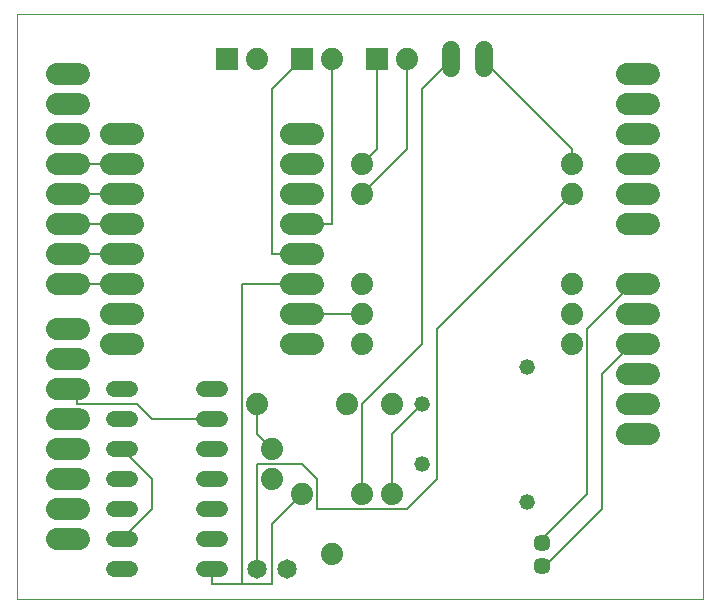
<source format=gtl>
G75*
G70*
%OFA0B0*%
%FSLAX24Y24*%
%IPPOS*%
%LPD*%
%AMOC8*
5,1,8,0,0,1.08239X$1,22.5*
%
%ADD10C,0.0000*%
%ADD11C,0.0740*%
%ADD12C,0.0520*%
%ADD13C,0.0650*%
%ADD14C,0.0740*%
%ADD15R,0.0740X0.0740*%
%ADD16C,0.0520*%
%ADD17C,0.0600*%
%ADD18C,0.0570*%
%ADD19C,0.0060*%
D10*
X000100Y010252D02*
X000100Y029748D01*
X022970Y029748D01*
X022970Y010252D01*
X000100Y010252D01*
D11*
X008600Y014252D03*
X009600Y013752D03*
X008600Y015252D03*
X008100Y016752D03*
X011100Y016752D03*
X012600Y016752D03*
X011600Y018752D03*
X011600Y019752D03*
X011600Y020752D03*
X011600Y023752D03*
X011600Y024752D03*
X010600Y028252D03*
X013100Y028252D03*
X008100Y028252D03*
X018600Y024752D03*
X018600Y023752D03*
X018600Y020752D03*
X018600Y019752D03*
X018600Y018752D03*
X012600Y013752D03*
X011600Y013752D03*
X010600Y011752D03*
D12*
X006860Y011252D02*
X006340Y011252D01*
X006340Y012252D02*
X006860Y012252D01*
X006860Y013252D02*
X006340Y013252D01*
X006340Y014252D02*
X006860Y014252D01*
X006860Y015252D02*
X006340Y015252D01*
X006340Y016252D02*
X006860Y016252D01*
X006860Y017252D02*
X006340Y017252D01*
X003860Y017252D02*
X003340Y017252D01*
X003340Y016252D02*
X003860Y016252D01*
X003860Y015252D02*
X003340Y015252D01*
X003340Y014252D02*
X003860Y014252D01*
X003860Y013252D02*
X003340Y013252D01*
X003340Y012252D02*
X003860Y012252D01*
X003860Y011252D02*
X003340Y011252D01*
D13*
X008100Y011252D03*
X009100Y011252D03*
D14*
X002170Y012252D02*
X001430Y012252D01*
X001430Y013252D02*
X002170Y013252D01*
X002170Y014252D02*
X001430Y014252D01*
X001430Y015252D02*
X002170Y015252D01*
X002170Y016252D02*
X001430Y016252D01*
X001430Y017252D02*
X002170Y017252D01*
X002170Y018252D02*
X001430Y018252D01*
X001430Y019252D02*
X002170Y019252D01*
X003230Y018752D02*
X003970Y018752D01*
X003970Y019752D02*
X003230Y019752D01*
X003230Y020752D02*
X003970Y020752D01*
X003970Y021752D02*
X003230Y021752D01*
X002170Y021752D02*
X001430Y021752D01*
X001430Y020752D02*
X002170Y020752D01*
X002170Y022752D02*
X001430Y022752D01*
X001430Y023752D02*
X002170Y023752D01*
X002170Y024752D02*
X001430Y024752D01*
X001430Y025752D02*
X002170Y025752D01*
X002170Y026752D02*
X001430Y026752D01*
X001430Y027752D02*
X002170Y027752D01*
X003230Y025752D02*
X003970Y025752D01*
X003970Y024752D02*
X003230Y024752D01*
X003230Y023752D02*
X003970Y023752D01*
X003970Y022752D02*
X003230Y022752D01*
X009230Y022752D02*
X009970Y022752D01*
X009970Y023752D02*
X009230Y023752D01*
X009230Y024752D02*
X009970Y024752D01*
X009970Y025752D02*
X009230Y025752D01*
X009230Y021752D02*
X009970Y021752D01*
X009970Y020752D02*
X009230Y020752D01*
X009230Y019752D02*
X009970Y019752D01*
X009970Y018752D02*
X009230Y018752D01*
X020430Y018752D02*
X021170Y018752D01*
X021170Y017752D02*
X020430Y017752D01*
X020430Y016752D02*
X021170Y016752D01*
X021170Y015752D02*
X020430Y015752D01*
X020430Y019752D02*
X021170Y019752D01*
X021170Y020752D02*
X020430Y020752D01*
X020430Y022752D02*
X021170Y022752D01*
X021170Y023752D02*
X020430Y023752D01*
X020430Y024752D02*
X021170Y024752D01*
X021170Y025752D02*
X020430Y025752D01*
X020430Y026752D02*
X021170Y026752D01*
X021170Y027752D02*
X020430Y027752D01*
D15*
X012100Y028252D03*
X009600Y028252D03*
X007100Y028252D03*
D16*
X017100Y018002D03*
X013600Y016752D03*
X013600Y014752D03*
X017100Y013502D03*
D17*
X015650Y027952D02*
X015650Y028552D01*
X014550Y028552D02*
X014550Y027952D01*
D18*
X017600Y012146D03*
X017600Y011359D03*
D19*
X017600Y011252D01*
X019600Y013252D01*
X019600Y017752D01*
X020600Y018752D01*
X020800Y018752D01*
X019100Y019252D02*
X020600Y020752D01*
X020800Y020752D01*
X019100Y019252D02*
X019100Y013752D01*
X017600Y012252D01*
X017600Y012146D01*
X014100Y014252D02*
X013100Y013252D01*
X010100Y013252D01*
X010100Y014252D01*
X009600Y014752D01*
X008100Y014752D01*
X008100Y011252D01*
X007600Y010752D02*
X007600Y020752D01*
X009600Y020752D01*
X009600Y019752D02*
X011600Y019752D01*
X013600Y018752D02*
X011600Y016752D01*
X011600Y013752D01*
X012600Y013752D02*
X012600Y015752D01*
X013600Y016752D01*
X013600Y018752D02*
X013600Y027252D01*
X014600Y028252D01*
X014550Y028252D01*
X015600Y028252D02*
X015650Y028252D01*
X015600Y028252D02*
X018600Y025252D01*
X018600Y024752D01*
X018600Y023752D02*
X014100Y019252D01*
X014100Y014252D01*
X009600Y013752D02*
X008600Y012752D01*
X008600Y010752D01*
X007600Y010752D01*
X006600Y010752D01*
X006600Y011252D01*
X004600Y013252D02*
X004600Y014252D01*
X003600Y015252D01*
X004600Y016252D02*
X004100Y016752D01*
X002100Y016752D01*
X002100Y017252D01*
X001800Y017252D01*
X004600Y016252D02*
X006600Y016252D01*
X008100Y016752D02*
X008100Y015752D01*
X008600Y015252D01*
X004600Y013252D02*
X003600Y012252D01*
X003600Y020752D02*
X001800Y020752D01*
X001800Y021752D02*
X003600Y021752D01*
X003600Y022752D02*
X001800Y022752D01*
X001800Y023752D02*
X003600Y023752D01*
X003600Y024752D02*
X001800Y024752D01*
X008600Y027252D02*
X008600Y021752D01*
X009600Y021752D01*
X009600Y022752D02*
X010600Y022752D01*
X010600Y028252D01*
X009600Y028252D02*
X008600Y027252D01*
X012100Y028252D02*
X012100Y025252D01*
X011600Y024752D01*
X011600Y023752D02*
X013100Y025252D01*
X013100Y028252D01*
M02*

</source>
